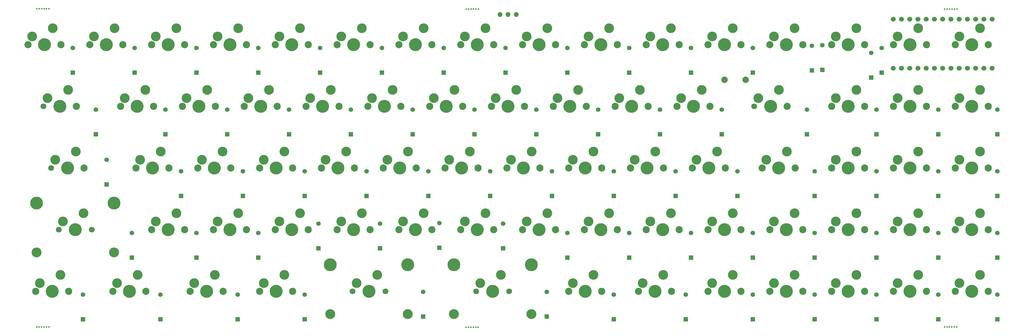
<source format=gts>
G04 #@! TF.GenerationSoftware,KiCad,Pcbnew,(5.1.10-1-10_14)*
G04 #@! TF.CreationDate,2021-12-29T22:31:36+09:00*
G04 #@! TF.ProjectId,9674GL,39363734-474c-42e6-9b69-6361645f7063,rev?*
G04 #@! TF.SameCoordinates,Original*
G04 #@! TF.FileFunction,Soldermask,Top*
G04 #@! TF.FilePolarity,Negative*
%FSLAX46Y46*%
G04 Gerber Fmt 4.6, Leading zero omitted, Abs format (unit mm)*
G04 Created by KiCad (PCBNEW (5.1.10-1-10_14)) date 2021-12-29 22:31:36*
%MOMM*%
%LPD*%
G01*
G04 APERTURE LIST*
%ADD10C,1.397000*%
%ADD11R,1.397000X1.397000*%
%ADD12C,0.500000*%
%ADD13C,2.200000*%
%ADD14C,4.000000*%
%ADD15C,3.000000*%
%ADD16C,1.800000*%
%ADD17C,3.048000*%
%ADD18C,3.987800*%
%ADD19O,1.500000X1.500000*%
%ADD20C,1.524000*%
%ADD21C,2.000000*%
G04 APERTURE END LIST*
D10*
X64293750Y-105727500D03*
D11*
X64293750Y-113347500D03*
D10*
X37306250Y-29527500D03*
D11*
X37306250Y-37147500D03*
D10*
X322262500Y-105727500D03*
D11*
X322262500Y-113347500D03*
D10*
X322262500Y-86677500D03*
D11*
X322262500Y-94297500D03*
D10*
X322262500Y-67627500D03*
D11*
X322262500Y-75247500D03*
D10*
X322262500Y-48577500D03*
D11*
X322262500Y-56197500D03*
D10*
X283368750Y-31115000D03*
D11*
X283368750Y-38735000D03*
D10*
X304006250Y-105727500D03*
D11*
X304006250Y-113347500D03*
D10*
X304006250Y-86677500D03*
D11*
X304006250Y-94297500D03*
D10*
X304006250Y-67627500D03*
D11*
X304006250Y-75247500D03*
D10*
X304006250Y-48577500D03*
D11*
X304006250Y-56197500D03*
D10*
X286543750Y-29527500D03*
D11*
X286543750Y-37147500D03*
D10*
X284956250Y-105727500D03*
D11*
X284956250Y-113347500D03*
D10*
X284956250Y-86677500D03*
D11*
X284956250Y-94297500D03*
D10*
X284956250Y-67627500D03*
D11*
X284956250Y-75247500D03*
D10*
X284956250Y-48577500D03*
D11*
X284956250Y-56197500D03*
D10*
X268287500Y-28733750D03*
D11*
X268287500Y-36353750D03*
D10*
X265906250Y-105727500D03*
D11*
X265906250Y-113347500D03*
D10*
X265906250Y-86677500D03*
D11*
X265906250Y-94297500D03*
D10*
X265906250Y-67627500D03*
D11*
X265906250Y-75247500D03*
D10*
X263525000Y-48577500D03*
D11*
X263525000Y-56197500D03*
D10*
X265112500Y-28921250D03*
D11*
X265112500Y-36541250D03*
D10*
X246856250Y-105727500D03*
D11*
X246856250Y-113347500D03*
D10*
X246856250Y-86677500D03*
D11*
X246856250Y-94297500D03*
D10*
X242093750Y-67627500D03*
D11*
X242093750Y-75247500D03*
D10*
X237331250Y-48577500D03*
D11*
X237331250Y-56197500D03*
D10*
X246856250Y-29527500D03*
D11*
X246856250Y-37147500D03*
D10*
X226218750Y-105727500D03*
D11*
X226218750Y-113347500D03*
D10*
X227806250Y-86677500D03*
D11*
X227806250Y-94297500D03*
D10*
X223043750Y-67627500D03*
D11*
X223043750Y-75247500D03*
D10*
X218281250Y-48577500D03*
D11*
X218281250Y-56197500D03*
D10*
X227806250Y-29527500D03*
D11*
X227806250Y-37147500D03*
D10*
X203993750Y-105727500D03*
D11*
X203993750Y-113347500D03*
D10*
X208756250Y-86677500D03*
D11*
X208756250Y-94297500D03*
D10*
X203993750Y-67627500D03*
D11*
X203993750Y-75247500D03*
D10*
X199231250Y-48577500D03*
D11*
X199231250Y-56197500D03*
D10*
X208756250Y-29527500D03*
D11*
X208756250Y-37147500D03*
D10*
X189706250Y-86677500D03*
D11*
X189706250Y-94297500D03*
D10*
X184943750Y-67627500D03*
D11*
X184943750Y-75247500D03*
D10*
X180181250Y-48577500D03*
D11*
X180181250Y-56197500D03*
D10*
X189706250Y-29527500D03*
D11*
X189706250Y-37147500D03*
D10*
X183356250Y-104933750D03*
D11*
X183356250Y-112553750D03*
D10*
X169926000Y-83820000D03*
D11*
X169926000Y-91440000D03*
D10*
X165893750Y-67627500D03*
D11*
X165893750Y-75247500D03*
D10*
X161131250Y-48577500D03*
D11*
X161131250Y-56197500D03*
D10*
X170656250Y-29527500D03*
D11*
X170656250Y-37147500D03*
D10*
X150241000Y-83693000D03*
D11*
X150241000Y-91313000D03*
D10*
X146843750Y-67627500D03*
D11*
X146843750Y-75247500D03*
D10*
X142081250Y-48577500D03*
D11*
X142081250Y-56197500D03*
D10*
X151606250Y-29527500D03*
D11*
X151606250Y-37147500D03*
D10*
X132556250Y-29527500D03*
D11*
X132556250Y-37147500D03*
D10*
X145256250Y-104933750D03*
D11*
X145256250Y-112553750D03*
D10*
X131953000Y-83820000D03*
D11*
X131953000Y-91440000D03*
D10*
X127793750Y-67627500D03*
D11*
X127793750Y-75247500D03*
D10*
X123031250Y-48577500D03*
D11*
X123031250Y-56197500D03*
D10*
X113506250Y-29527500D03*
D11*
X113506250Y-37147500D03*
D10*
X108743750Y-105727500D03*
D11*
X108743750Y-113347500D03*
D10*
X113030000Y-83820000D03*
D11*
X113030000Y-91440000D03*
D10*
X108743750Y-67627500D03*
D11*
X108743750Y-75247500D03*
D10*
X103981250Y-48577500D03*
D11*
X103981250Y-56197500D03*
D10*
X94456250Y-29527500D03*
D11*
X94456250Y-37147500D03*
D10*
X88106250Y-105727500D03*
D11*
X88106250Y-113347500D03*
D10*
X94456250Y-86677500D03*
D11*
X94456250Y-94297500D03*
D10*
X89693750Y-67627500D03*
D11*
X89693750Y-75247500D03*
D10*
X84931250Y-48577500D03*
D11*
X84931250Y-56197500D03*
D10*
X75406250Y-29527500D03*
D11*
X75406250Y-37147500D03*
D10*
X75406250Y-86677500D03*
D11*
X75406250Y-94297500D03*
D10*
X70643750Y-67627500D03*
D11*
X70643750Y-75247500D03*
D10*
X65881250Y-48577500D03*
D11*
X65881250Y-56197500D03*
D10*
X56356250Y-29527500D03*
D11*
X56356250Y-37147500D03*
D10*
X40481250Y-105727500D03*
D11*
X40481250Y-113347500D03*
D10*
X55562500Y-86677500D03*
D11*
X55562500Y-94297500D03*
D10*
X47752000Y-64135000D03*
D11*
X47752000Y-71755000D03*
D10*
X44450000Y-48577500D03*
D11*
X44450000Y-56197500D03*
D12*
X309684500Y-115760500D03*
X305934500Y-115760500D03*
X306684500Y-115760500D03*
X308934500Y-115760500D03*
X308184500Y-115760500D03*
X307434500Y-115760500D03*
X162237500Y-115824000D03*
X158487500Y-115824000D03*
X159237500Y-115824000D03*
X161487500Y-115824000D03*
X160737500Y-115824000D03*
X159987500Y-115824000D03*
X29941600Y-115773200D03*
X26191600Y-115773200D03*
X26941600Y-115773200D03*
X29191600Y-115773200D03*
X28441600Y-115773200D03*
X27691600Y-115773200D03*
X160044000Y-17526000D03*
X160794000Y-17526000D03*
X161544000Y-17526000D03*
X159294000Y-17526000D03*
X158544000Y-17526000D03*
X162294000Y-17526000D03*
X307498000Y-17526000D03*
X308248000Y-17526000D03*
X308998000Y-17526000D03*
X306748000Y-17526000D03*
X305998000Y-17526000D03*
X309748000Y-17526000D03*
X29975500Y-17462500D03*
X26225500Y-17462500D03*
X26975500Y-17462500D03*
X29225500Y-17462500D03*
X28475500Y-17462500D03*
X27725500Y-17462500D03*
D13*
X156845000Y-85725000D03*
X167005000Y-85725000D03*
D14*
X161925000Y-85725000D03*
D15*
X164465000Y-80645000D03*
X158115000Y-83185000D03*
D13*
X49688750Y-104775000D03*
X59848750Y-104775000D03*
D14*
X54768750Y-104775000D03*
D15*
X57308750Y-99695000D03*
X50958750Y-102235000D03*
X31908750Y-64135000D03*
X38258750Y-61595000D03*
D14*
X35718750Y-66675000D03*
D13*
X40798750Y-66675000D03*
D16*
X30638750Y-66675000D03*
D13*
X290195000Y-47625000D03*
X300355000Y-47625000D03*
D14*
X295275000Y-47625000D03*
D15*
X297815000Y-42545000D03*
X291465000Y-45085000D03*
X34290000Y-83185000D03*
D16*
X33020000Y-85725000D03*
X43180000Y-85725000D03*
D14*
X38100000Y-85725000D03*
D15*
X40640000Y-80645000D03*
D17*
X50038000Y-92710000D03*
X26162000Y-92710000D03*
D18*
X26162000Y-77470000D03*
X50038000Y-77470000D03*
D15*
X162877500Y-102235000D03*
D16*
X161607500Y-104775000D03*
X171767500Y-104775000D03*
D14*
X166687500Y-104775000D03*
D15*
X169227500Y-99695000D03*
D17*
X178625500Y-111760000D03*
X154749500Y-111760000D03*
D18*
X154749500Y-96520000D03*
X178625500Y-96520000D03*
D15*
X124777500Y-102235000D03*
D16*
X123507500Y-104775000D03*
X133667500Y-104775000D03*
D14*
X128587500Y-104775000D03*
D15*
X131127500Y-99695000D03*
D17*
X140525500Y-111760000D03*
X116649500Y-111760000D03*
D18*
X116649500Y-96520000D03*
X140525500Y-96520000D03*
D15*
X291465000Y-26035000D03*
X297815000Y-23495000D03*
D14*
X295275000Y-28575000D03*
D13*
X300355000Y-28575000D03*
X290195000Y-28575000D03*
D15*
X310515000Y-26035000D03*
X316865000Y-23495000D03*
D14*
X314325000Y-28575000D03*
D13*
X319405000Y-28575000D03*
X309245000Y-28575000D03*
D19*
X173950000Y-19227000D03*
X171450000Y-19227000D03*
X168950000Y-19227000D03*
D13*
X309245000Y-85725000D03*
X319405000Y-85725000D03*
D14*
X314325000Y-85725000D03*
D15*
X316865000Y-80645000D03*
X310515000Y-83185000D03*
D13*
X271145000Y-28575000D03*
X281305000Y-28575000D03*
D14*
X276225000Y-28575000D03*
D15*
X278765000Y-23495000D03*
X272415000Y-26035000D03*
D20*
X290163250Y-20637500D03*
X290163250Y-35857500D03*
X292703250Y-35857500D03*
X295243250Y-35857500D03*
X297783250Y-35857500D03*
X300323250Y-35857500D03*
X302863250Y-35857500D03*
X305403250Y-35857500D03*
X307943250Y-35857500D03*
X310483250Y-35857500D03*
X313023250Y-35857500D03*
X315563250Y-35857500D03*
X318103250Y-35857500D03*
X320643250Y-35857500D03*
X320643250Y-20637500D03*
X318103250Y-20637500D03*
X315563250Y-20637500D03*
X313023250Y-20637500D03*
X310483250Y-20637500D03*
X307943250Y-20637500D03*
X305403250Y-20637500D03*
X302863250Y-20637500D03*
X300323250Y-20637500D03*
X297783250Y-20637500D03*
X295243250Y-20637500D03*
X292703250Y-20637500D03*
D13*
X73501250Y-104775000D03*
X83661250Y-104775000D03*
D14*
X78581250Y-104775000D03*
D15*
X81121250Y-99695000D03*
X74771250Y-102235000D03*
D21*
X244677000Y-39370000D03*
X238177000Y-39370000D03*
D13*
X309245000Y-104775000D03*
X319405000Y-104775000D03*
D14*
X314325000Y-104775000D03*
D15*
X316865000Y-99695000D03*
X310515000Y-102235000D03*
D13*
X309245000Y-66675000D03*
X319405000Y-66675000D03*
D14*
X314325000Y-66675000D03*
D15*
X316865000Y-61595000D03*
X310515000Y-64135000D03*
D13*
X309245000Y-47625000D03*
X319405000Y-47625000D03*
D14*
X314325000Y-47625000D03*
D15*
X316865000Y-42545000D03*
X310515000Y-45085000D03*
D13*
X290195000Y-104775000D03*
X300355000Y-104775000D03*
D14*
X295275000Y-104775000D03*
D15*
X297815000Y-99695000D03*
X291465000Y-102235000D03*
D13*
X290195000Y-85725000D03*
X300355000Y-85725000D03*
D14*
X295275000Y-85725000D03*
D15*
X297815000Y-80645000D03*
X291465000Y-83185000D03*
D13*
X290195000Y-66675000D03*
X300355000Y-66675000D03*
D14*
X295275000Y-66675000D03*
D15*
X297815000Y-61595000D03*
X291465000Y-64135000D03*
D13*
X271145000Y-104775000D03*
X281305000Y-104775000D03*
D14*
X276225000Y-104775000D03*
D15*
X278765000Y-99695000D03*
X272415000Y-102235000D03*
D13*
X271145000Y-85725000D03*
X281305000Y-85725000D03*
D14*
X276225000Y-85725000D03*
D15*
X278765000Y-80645000D03*
X272415000Y-83185000D03*
D13*
X271145000Y-66675000D03*
X281305000Y-66675000D03*
D14*
X276225000Y-66675000D03*
D15*
X278765000Y-61595000D03*
X272415000Y-64135000D03*
D13*
X271145000Y-47625000D03*
X281305000Y-47625000D03*
D14*
X276225000Y-47625000D03*
D15*
X278765000Y-42545000D03*
X272415000Y-45085000D03*
D13*
X252095000Y-104775000D03*
X262255000Y-104775000D03*
D14*
X257175000Y-104775000D03*
D15*
X259715000Y-99695000D03*
X253365000Y-102235000D03*
D13*
X252095000Y-85725000D03*
X262255000Y-85725000D03*
D14*
X257175000Y-85725000D03*
D15*
X259715000Y-80645000D03*
X253365000Y-83185000D03*
D13*
X249713750Y-66675000D03*
X259873750Y-66675000D03*
D14*
X254793750Y-66675000D03*
D15*
X257333750Y-61595000D03*
X250983750Y-64135000D03*
X248602500Y-45085000D03*
X254952500Y-42545000D03*
D14*
X252412500Y-47625000D03*
D13*
X257492500Y-47625000D03*
D16*
X247332500Y-47625000D03*
D13*
X252095000Y-28575000D03*
X262255000Y-28575000D03*
D14*
X257175000Y-28575000D03*
D15*
X259715000Y-23495000D03*
X253365000Y-26035000D03*
D13*
X233045000Y-104775000D03*
X243205000Y-104775000D03*
D14*
X238125000Y-104775000D03*
D15*
X240665000Y-99695000D03*
X234315000Y-102235000D03*
D13*
X233045000Y-85725000D03*
X243205000Y-85725000D03*
D14*
X238125000Y-85725000D03*
D15*
X240665000Y-80645000D03*
X234315000Y-83185000D03*
D13*
X228282500Y-66675000D03*
X238442500Y-66675000D03*
D14*
X233362500Y-66675000D03*
D15*
X235902500Y-61595000D03*
X229552500Y-64135000D03*
D13*
X223520000Y-47625000D03*
X233680000Y-47625000D03*
D14*
X228600000Y-47625000D03*
D15*
X231140000Y-42545000D03*
X224790000Y-45085000D03*
D13*
X233045000Y-28575000D03*
X243205000Y-28575000D03*
D14*
X238125000Y-28575000D03*
D15*
X240665000Y-23495000D03*
X234315000Y-26035000D03*
D13*
X211613750Y-104775000D03*
X221773750Y-104775000D03*
D14*
X216693750Y-104775000D03*
D15*
X219233750Y-99695000D03*
X212883750Y-102235000D03*
D13*
X213995000Y-85725000D03*
X224155000Y-85725000D03*
D14*
X219075000Y-85725000D03*
D15*
X221615000Y-80645000D03*
X215265000Y-83185000D03*
D13*
X209232500Y-66675000D03*
X219392500Y-66675000D03*
D14*
X214312500Y-66675000D03*
D15*
X216852500Y-61595000D03*
X210502500Y-64135000D03*
D13*
X204470000Y-47625000D03*
X214630000Y-47625000D03*
D14*
X209550000Y-47625000D03*
D15*
X212090000Y-42545000D03*
X205740000Y-45085000D03*
D13*
X213995000Y-28575000D03*
X224155000Y-28575000D03*
D14*
X219075000Y-28575000D03*
D15*
X221615000Y-23495000D03*
X215265000Y-26035000D03*
D13*
X190182500Y-104775000D03*
X200342500Y-104775000D03*
D14*
X195262500Y-104775000D03*
D15*
X197802500Y-99695000D03*
X191452500Y-102235000D03*
D13*
X194945000Y-85725000D03*
X205105000Y-85725000D03*
D14*
X200025000Y-85725000D03*
D15*
X202565000Y-80645000D03*
X196215000Y-83185000D03*
D13*
X190182500Y-66675000D03*
X200342500Y-66675000D03*
D14*
X195262500Y-66675000D03*
D15*
X197802500Y-61595000D03*
X191452500Y-64135000D03*
D13*
X185420000Y-47625000D03*
X195580000Y-47625000D03*
D14*
X190500000Y-47625000D03*
D15*
X193040000Y-42545000D03*
X186690000Y-45085000D03*
D13*
X194945000Y-28575000D03*
X205105000Y-28575000D03*
D14*
X200025000Y-28575000D03*
D15*
X202565000Y-23495000D03*
X196215000Y-26035000D03*
D13*
X175895000Y-85725000D03*
X186055000Y-85725000D03*
D14*
X180975000Y-85725000D03*
D15*
X183515000Y-80645000D03*
X177165000Y-83185000D03*
D13*
X171132500Y-66675000D03*
X181292500Y-66675000D03*
D14*
X176212500Y-66675000D03*
D15*
X178752500Y-61595000D03*
X172402500Y-64135000D03*
D13*
X166370000Y-47625000D03*
X176530000Y-47625000D03*
D14*
X171450000Y-47625000D03*
D15*
X173990000Y-42545000D03*
X167640000Y-45085000D03*
D13*
X175895000Y-28575000D03*
X186055000Y-28575000D03*
D14*
X180975000Y-28575000D03*
D15*
X183515000Y-23495000D03*
X177165000Y-26035000D03*
D13*
X152082500Y-66675000D03*
X162242500Y-66675000D03*
D14*
X157162500Y-66675000D03*
D15*
X159702500Y-61595000D03*
X153352500Y-64135000D03*
D13*
X147320000Y-47625000D03*
X157480000Y-47625000D03*
D14*
X152400000Y-47625000D03*
D15*
X154940000Y-42545000D03*
X148590000Y-45085000D03*
D13*
X156845000Y-28575000D03*
X167005000Y-28575000D03*
D14*
X161925000Y-28575000D03*
D15*
X164465000Y-23495000D03*
X158115000Y-26035000D03*
D13*
X137795000Y-85725000D03*
X147955000Y-85725000D03*
D14*
X142875000Y-85725000D03*
D15*
X145415000Y-80645000D03*
X139065000Y-83185000D03*
D13*
X133032500Y-66675000D03*
X143192500Y-66675000D03*
D14*
X138112500Y-66675000D03*
D15*
X140652500Y-61595000D03*
X134302500Y-64135000D03*
D13*
X128270000Y-47625000D03*
X138430000Y-47625000D03*
D14*
X133350000Y-47625000D03*
D15*
X135890000Y-42545000D03*
X129540000Y-45085000D03*
D13*
X137795000Y-28575000D03*
X147955000Y-28575000D03*
D14*
X142875000Y-28575000D03*
D15*
X145415000Y-23495000D03*
X139065000Y-26035000D03*
D13*
X118745000Y-28575000D03*
X128905000Y-28575000D03*
D14*
X123825000Y-28575000D03*
D15*
X126365000Y-23495000D03*
X120015000Y-26035000D03*
D13*
X118745000Y-85725000D03*
X128905000Y-85725000D03*
D14*
X123825000Y-85725000D03*
D15*
X126365000Y-80645000D03*
X120015000Y-83185000D03*
D13*
X113982500Y-66675000D03*
X124142500Y-66675000D03*
D14*
X119062500Y-66675000D03*
D15*
X121602500Y-61595000D03*
X115252500Y-64135000D03*
D13*
X109220000Y-47625000D03*
X119380000Y-47625000D03*
D14*
X114300000Y-47625000D03*
D15*
X116840000Y-42545000D03*
X110490000Y-45085000D03*
D13*
X99695000Y-28575000D03*
X109855000Y-28575000D03*
D14*
X104775000Y-28575000D03*
D15*
X107315000Y-23495000D03*
X100965000Y-26035000D03*
D13*
X94932500Y-104775000D03*
X105092500Y-104775000D03*
D14*
X100012500Y-104775000D03*
D15*
X102552500Y-99695000D03*
X96202500Y-102235000D03*
D13*
X99695000Y-85725000D03*
X109855000Y-85725000D03*
D14*
X104775000Y-85725000D03*
D15*
X107315000Y-80645000D03*
X100965000Y-83185000D03*
D13*
X94932500Y-66675000D03*
X105092500Y-66675000D03*
D14*
X100012500Y-66675000D03*
D15*
X102552500Y-61595000D03*
X96202500Y-64135000D03*
D13*
X90170000Y-47625000D03*
X100330000Y-47625000D03*
D14*
X95250000Y-47625000D03*
D15*
X97790000Y-42545000D03*
X91440000Y-45085000D03*
D13*
X80645000Y-28575000D03*
X90805000Y-28575000D03*
D14*
X85725000Y-28575000D03*
D15*
X88265000Y-23495000D03*
X81915000Y-26035000D03*
D13*
X80645000Y-85725000D03*
X90805000Y-85725000D03*
D14*
X85725000Y-85725000D03*
D15*
X88265000Y-80645000D03*
X81915000Y-83185000D03*
D13*
X75882500Y-66675000D03*
X86042500Y-66675000D03*
D14*
X80962500Y-66675000D03*
D15*
X83502500Y-61595000D03*
X77152500Y-64135000D03*
D13*
X71120000Y-47625000D03*
X81280000Y-47625000D03*
D14*
X76200000Y-47625000D03*
D15*
X78740000Y-42545000D03*
X72390000Y-45085000D03*
D13*
X61595000Y-28575000D03*
X71755000Y-28575000D03*
D14*
X66675000Y-28575000D03*
D15*
X69215000Y-23495000D03*
X62865000Y-26035000D03*
D13*
X61595000Y-85725000D03*
X71755000Y-85725000D03*
D14*
X66675000Y-85725000D03*
D15*
X69215000Y-80645000D03*
X62865000Y-83185000D03*
D13*
X56832500Y-66675000D03*
X66992500Y-66675000D03*
D14*
X61912500Y-66675000D03*
D15*
X64452500Y-61595000D03*
X58102500Y-64135000D03*
D13*
X52070000Y-47625000D03*
X62230000Y-47625000D03*
D14*
X57150000Y-47625000D03*
D15*
X59690000Y-42545000D03*
X53340000Y-45085000D03*
D13*
X42545000Y-28575000D03*
X52705000Y-28575000D03*
D14*
X47625000Y-28575000D03*
D15*
X50165000Y-23495000D03*
X43815000Y-26035000D03*
D13*
X25876250Y-104775000D03*
X36036250Y-104775000D03*
D14*
X30956250Y-104775000D03*
D15*
X33496250Y-99695000D03*
X27146250Y-102235000D03*
X29527500Y-45085000D03*
X35877500Y-42545000D03*
D14*
X33337500Y-47625000D03*
D13*
X38417500Y-47625000D03*
D16*
X28257500Y-47625000D03*
D13*
X23495000Y-28575000D03*
X33655000Y-28575000D03*
D14*
X28575000Y-28575000D03*
D15*
X31115000Y-23495000D03*
X24765000Y-26035000D03*
M02*

</source>
